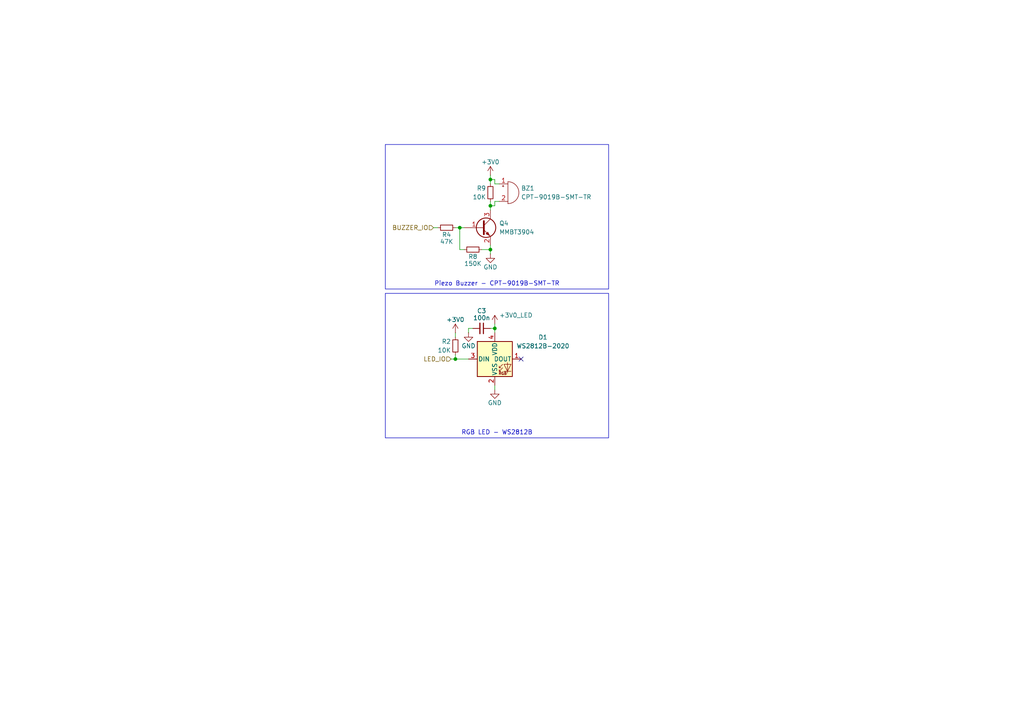
<source format=kicad_sch>
(kicad_sch (version 20231120) (generator "eeschema") (generator_version "8.0")
  (paper "A4")
  (title_block (title "PlanTher") (date "2024-12-22") (rev "A") (company "Getbit Systems") (comment 4 "Designer: Mauricio Barroso Benavides"))
  (lib_symbols
    (symbol "Device:Buzzer" (pin_names (offset 0.0254) hide)
      (property "Reference" "BZ" (at 3.81 1.27 0))
      (property "Value" "Buzzer" (at 3.81 -1.27 0))
      (symbol "Buzzer_0_1"
        (arc (start 0 -3.175) (mid 3.1612 0) (end 0 3.175))
        (polyline (pts (xy -1.651 1.905) (xy -1.143 1.905)))
        (polyline (pts (xy -1.397 2.159) (xy -1.397 1.651)))
        (polyline (pts (xy 0 3.175) (xy 0 -3.175)))
      )
      (symbol "Buzzer_1_1"
        (pin passive line (at -2.54 2.54 0) (length 2.54) (name "+") (number "1"))
        (pin passive line (at -2.54 -2.54 0) (length 2.54) (name "-") (number "2"))
      )
    )
    (symbol "Device:C_Small" (pin_numbers hide) (pin_names (offset 0.254) hide)
      (property "Reference" "C" (at 0.254 1.778 0))
      (property "Value" "C_Small" (at 0.254 -2.032 0))
      (symbol "C_Small_0_1"
        (polyline (pts (xy -1.524 -0.508) (xy 1.524 -0.508)) (stroke (width 0.3302)))
        (polyline (pts (xy -1.524 0.508) (xy 1.524 0.508)) (stroke (width 0.3048)))
      )
      (symbol "C_Small_1_1"
        (pin passive line (at 0 2.54 270) (length 2.032) (name "~") (number "1"))
        (pin passive line (at 0 -2.54 90) (length 2.032) (name "~") (number "2"))
      )
    )
    (symbol "Device:R_Small" (pin_numbers hide) (pin_names (offset 0.254) hide)
      (property "Reference" "R" (at 0.762 0.508 0))
      (property "Value" "R_Small" (at 0.762 -1.016 0))
      (symbol "R_Small_0_1"
        (rectangle (start -0.762 1.778) (end 0.762 -1.778) (stroke (width 0.2032)))
      )
      (symbol "R_Small_1_1"
        (pin passive line (at 0 2.54 270) (length 0.762) (name "~") (number "1"))
        (pin passive line (at 0 -2.54 90) (length 0.762) (name "~") (number "2"))
      )
    )
    (symbol "LED:WS2812B-2020" (pin_names (offset 0.254))
      (property "Reference" "D" (at 5.08 5.715 0))
      (property "Value" "WS2812B-2020" (at 1.27 -5.715 0))
      (symbol "WS2812B-2020_0_0"
        (text "RGB" (at 2.286 -4.191 0) (effects (font (size 0.762 0.762))))
      )
      (symbol "WS2812B-2020_0_1"
        (polyline (pts (xy 1.27 -3.556) (xy 1.778 -3.556)))
        (polyline (pts (xy 1.27 -2.54) (xy 1.778 -2.54)))
        (polyline (pts (xy 4.699 -3.556) (xy 2.667 -3.556)))
        (polyline (pts (xy 2.286 -2.54) (xy 1.27 -3.556) (xy 1.27 -3.048)))
        (polyline (pts (xy 2.286 -1.524) (xy 1.27 -2.54) (xy 1.27 -2.032)))
        (polyline (pts (xy 3.683 -1.016) (xy 3.683 -3.556) (xy 3.683 -4.064)))
        (polyline (pts (xy 4.699 -1.524) (xy 2.667 -1.524) (xy 3.683 -3.556) (xy 4.699 -1.524)))
        (rectangle (start 5.08 5.08) (end -5.08 -5.08) (stroke (width 0.254)) (fill (type background)))
      )
      (symbol "WS2812B-2020_1_1"
        (pin output line (at 7.62 0 180) (length 2.54) (name "DOUT") (number "1"))
        (pin power_in line (at 0 -7.62 90) (length 2.54) (name "VSS") (number "2"))
        (pin input line (at -7.62 0 0) (length 2.54) (name "DIN") (number "3"))
        (pin power_in line (at 0 7.62 270) (length 2.54) (name "VDD") (number "4"))
      )
    )
    (symbol "Transistor_BJT:MMBT3904" (pin_names (offset 0) hide)
      (property "Reference" "Q" (at 5.08 1.905 0))
      (property "Value" "MMBT3904" (at 5.08 0 0))
      (symbol "MMBT3904_0_1"
        (polyline (pts (xy 0.635 0.635) (xy 2.54 2.54)))
        (polyline (pts (xy 0.635 -0.635) (xy 2.54 -2.54) (xy 2.54 -2.54)))
        (polyline (pts (xy 0.635 1.905) (xy 0.635 -1.905) (xy 0.635 -1.905)) (stroke (width 0.508)))
        (polyline (pts (xy 1.27 -1.778) (xy 1.778 -1.27) (xy 2.286 -2.286) (xy 1.27 -1.778) (xy 1.27 -1.778)) (fill (type outline)))
        (circle (center 1.27 0) (radius 2.8194) (stroke (width 0.254)))
      )
      (symbol "MMBT3904_1_1"
        (pin input line (at -5.08 0 0) (length 5.715) (name "B") (number "1"))
        (pin passive line (at 2.54 -5.08 90) (length 2.54) (name "E") (number "2"))
        (pin passive line (at 2.54 5.08 270) (length 2.54) (name "C") (number "3"))
      )
    )
    (symbol "power:+3V0" (power) (pin_numbers hide) (pin_names (offset 0) hide)
      (property "Value" "+3V0" (at 0 3.556 0))
      (symbol "+3V0_0_1"
        (polyline (pts (xy -0.762 1.27) (xy 0 2.54)))
        (polyline (pts (xy 0 0) (xy 0 2.54)))
        (polyline (pts (xy 0 2.54) (xy 0.762 1.27)))
      )
      (symbol "+3V0_1_1"
        (pin power_in line (at 0 0 90) (length 0) (name "~") (number "1"))
      )
    )
    (symbol "power:GND" (power) (pin_numbers hide) (pin_names (offset 0) hide)
      (property "Value" "GND" (at 0 -3.81 0))
      (symbol "GND_0_1"
        (polyline (pts (xy 0 0) (xy 0 -1.27) (xy 1.27 -1.27) (xy 0 -2.54) (xy -1.27 -1.27) (xy 0 -1.27)))
      )
      (symbol "GND_1_1"
        (pin power_in line (at 0 0 270) (length 0) (name "~") (number "1"))
      )
    )
  )
  (junction (at 142.24 72.39))
  (junction (at 143.51 95.25))
  (junction (at 132.08 104.14))
  (junction (at 133.35 66.04))
  (junction (at 142.24 59.69))
  (junction (at 142.24 52.07))
  (no_connect (at 151.13 104.14))
  (wire (pts (xy 143.51 95.25) (xy 142.24 95.25)))
  (wire (pts (xy 142.24 71.12) (xy 142.24 72.39)))
  (wire (pts (xy 142.24 52.07) (xy 142.24 53.34)))
  (wire (pts (xy 144.78 58.42) (xy 143.51 58.42)))
  (wire (pts (xy 132.08 102.87) (xy 132.08 104.14)))
  (wire (pts (xy 130.81 104.14) (xy 132.08 104.14)))
  (wire (pts (xy 132.08 66.04) (xy 133.35 66.04)))
  (wire (pts (xy 142.24 72.39) (xy 142.24 73.66)))
  (wire (pts (xy 132.08 96.52) (xy 132.08 97.79)))
  (wire (pts (xy 125.73 66.04) (xy 127 66.04)))
  (wire (pts (xy 133.35 66.04) (xy 134.62 66.04)))
  (wire (pts (xy 142.24 58.42) (xy 142.24 59.69)))
  (wire (pts (xy 143.51 52.07) (xy 142.24 52.07)))
  (wire (pts (xy 134.62 72.39) (xy 133.35 72.39)))
  (wire (pts (xy 142.24 50.8) (xy 142.24 52.07)))
  (wire (pts (xy 143.51 53.34) (xy 143.51 52.07)))
  (wire (pts (xy 143.51 58.42) (xy 143.51 59.69)))
  (wire (pts (xy 142.24 59.69) (xy 142.24 60.96)))
  (wire (pts (xy 139.7 72.39) (xy 142.24 72.39)))
  (wire (pts (xy 143.51 93.98) (xy 143.51 95.25)))
  (wire (pts (xy 133.35 72.39) (xy 133.35 66.04)))
  (wire (pts (xy 135.89 95.25) (xy 137.16 95.25)))
  (wire (pts (xy 144.78 53.34) (xy 143.51 53.34)))
  (wire (pts (xy 132.08 104.14) (xy 135.89 104.14)))
  (wire (pts (xy 143.51 95.25) (xy 143.51 96.52)))
  (wire (pts (xy 143.51 59.69) (xy 142.24 59.69)))
  (wire (pts (xy 143.51 111.76) (xy 143.51 113.03)))
  (wire (pts (xy 135.89 95.25) (xy 135.89 96.52)))
  (text_box "Piezo Buzzer - CPT-9019B-SMT-TR" (at 111.76 41.91 0) (size 64.77 41.91) (effects (font (size 1.27 1.27)) (justify bottom)))
  (text_box "RGB LED - WS2812B" (at 111.76 85.09 0) (size 64.77 41.91) (effects (font (size 1.27 1.27)) (justify bottom)))
  (hierarchical_label "BUZZER_IO" (shape input) (at 125.73 66.04 180))
  (hierarchical_label "LED_IO" (shape input) (at 130.81 104.14 180))
  (symbol (lib_id "Device:R_Small") (at 132.08 100.33 0) (unit 1)
    (property "Reference" "R2" (at 130.81 99.06 0) (effects (justify right)))
    (property "Value" "10K" (at 130.81 101.6 0) (effects (justify right)))
    (property "Footprint" "Resistor_SMD:R_0603_1608Metric" (effects (hide yes)))
    (property "Datasheet" "https://www.lcsc.com/datasheet/lcsc_datasheet_2206010045_UNI-ROYAL-Uniroyal-Elec-0603WAF1002T5E_C25804.pdf" (effects (hide yes)))
    (property "Description" "Resistor, small symbol" (effects (hide yes)))
    (property "LCSC" "C25804" (effects (hide yes)))
  )
  (symbol (lib_id "LED:WS2812B-2020") (at 143.51 104.14 0) (unit 1)
    (property "Reference" "D1" (at 157.48 97.8214 0))
    (property "Value" "WS2812B-2020" (at 157.48 100.3614 0))
    (property "Footprint" "LED_SMD:LED_WS2812B-2020_PLCC4_2.0x2.0mm" (effects (hide yes)))
    (property "Datasheet" "https://cdn-shop.adafruit.com/product-files/4684/4684_WS2812B-2020_V1.3_EN.pdf" (effects (hide yes)))
    (property "Description" "RGB LED with integrated controller, 2.0 x 2.0 mm, 12 mA" (effects (hide yes)))
    (property "LCSC" "C965555" (effects (hide yes)))
  )
  (symbol (lib_id "Device:C_Small") (at 139.7 95.25 270) (mirror x) (unit 1)
    (property "Reference" "C3" (at 139.7 90.17 90))
    (property "Value" "100n" (at 139.7 92.202 90))
    (property "Footprint" "Capacitor_SMD:C_0603_1608Metric" (effects (hide yes)))
    (property "Datasheet" "https://www.lcsc.com/datasheet/lcsc_datasheet_2211101700_YAGEO-CC0603KRX7R9BB104_C14663.pdf" (effects (hide yes)))
    (property "Description" "Unpolarized capacitor, small symbol" (effects (hide yes)))
    (property "LCSC" "C14663" (effects (hide yes)))
    (property "Basic part" "y" (effects (hide yes)))
  )
  (symbol (lib_id "Device:R_Small") (at 129.54 66.04 90) (unit 1)
    (property "Reference" "R4" (at 129.54 68.072 90))
    (property "Value" "47K" (at 129.54 70.104 90))
    (property "Footprint" "Resistor_SMD:R_0603_1608Metric" (effects (hide yes)))
    (property "Datasheet" "https://www.lcsc.com/datasheet/lcsc_datasheet_2206010045_UNI-ROYAL-Uniroyal-Elec-0603WAF4702T5E_C25819.pdf" (effects (hide yes)))
    (property "Description" "Resistor, small symbol" (effects (hide yes)))
    (property "LCSC" "C25819" (effects (hide yes)))
  )
  (symbol (lib_id "Transistor_BJT:MMBT3904") (at 139.7 66.04 0) (unit 1)
    (property "Reference" "Q4" (at 144.78 64.7699 0) (effects (justify left)))
    (property "Value" "MMBT3904" (at 144.78 67.3099 0) (effects (justify left)))
    (property "Footprint" "Package_TO_SOT_SMD:SOT-23" (effects (hide yes)))
    (property "Datasheet" "https://www.onsemi.com/pdf/datasheet/pzt3904-d.pdf" (effects (hide yes)))
    (property "Description" "0.2A Ic, 40V Vce, Small Signal NPN Transistor, SOT-23" (effects (hide yes)))
    (property "LCSC" "C20526" (effects (hide yes)))
  )
  (symbol (lib_id "power:+3V0") (at 143.51 93.98 0) (mirror y) (unit 1)
    (property "Reference" "#PWR07" (effects (hide yes)))
    (property "Value" "+3V0_LED" (at 144.78 91.44 0) (effects (justify right)))
    (property "Description" "Power symbol creates a global label with name \"+3V0\"" (effects (hide yes)))
  )
  (symbol (lib_id "Device:Buzzer") (at 147.32 55.88 0) (unit 1)
    (property "Reference" "BZ1" (at 151.13 54.6099 0) (effects (justify left)))
    (property "Value" "CPT-9019B-SMT-TR" (at 151.13 57.1499 0) (effects (justify left)))
    (property "Footprint" "Buzzer_Beeper:Buzzer_CUI_CPT-9019S-SMT" (effects (hide yes)))
    (property "Datasheet" "https://www.sameskydevices.com/product/resource/cpt-9019b-smt-tr.pdf" (effects (hide yes)))
    (property "Description" "Buzzer, polarized" (effects (hide yes)))
    (property "LCSC" "C18212234" (effects (hide yes)))
  )
  (symbol (lib_id "power:GND") (at 135.89 96.52 0) (mirror y) (unit 1)
    (property "Reference" "#PWR08" (effects (hide yes)))
    (property "Value" "GND" (at 135.89 100.33 0))
    (property "Description" "Power symbol creates a global label with name \"GND\" , ground" (effects (hide yes)))
  )
  (symbol (lib_id "power:+3V0") (at 132.08 96.52 0) (mirror y) (unit 1)
    (property "Reference" "#PWR027" (effects (hide yes)))
    (property "Value" "+3V0" (at 132.08 92.71 0))
    (property "Description" "Power symbol creates a global label with name \"+3V0\"" (effects (hide yes)))
  )
  (symbol (lib_id "power:GND") (at 143.51 113.03 0) (unit 1)
    (property "Reference" "#PWR05" (effects (hide yes)))
    (property "Value" "GND" (at 143.51 116.84 0))
    (property "Description" "Power symbol creates a global label with name \"GND\" , ground" (effects (hide yes)))
  )
  (symbol (lib_id "Device:R_Small") (at 137.16 72.39 90) (unit 1)
    (property "Reference" "R8" (at 137.16 74.422 90))
    (property "Value" "150K" (at 137.16 76.454 90))
    (property "Footprint" "Resistor_SMD:R_0603_1608Metric" (effects (hide yes)))
    (property "Datasheet" "https://www.lcsc.com/datasheet/lcsc_datasheet_2206010130_UNI-ROYAL-Uniroyal-Elec-0603WAF1503T5E_C22807.pdf" (effects (hide yes)))
    (property "Description" "Resistor, small symbol" (effects (hide yes)))
    (property "LCSC" "C22807" (effects (hide yes)))
  )
  (symbol (lib_id "power:GND") (at 142.24 73.66 0) (unit 1)
    (property "Reference" "#PWR010" (effects (hide yes)))
    (property "Value" "GND" (at 142.24 77.47 0))
    (property "Description" "Power symbol creates a global label with name \"GND\" , ground" (effects (hide yes)))
  )
  (symbol (lib_id "Device:R_Small") (at 142.24 55.88 0) (unit 1)
    (property "Reference" "R9" (at 140.97 54.61 0) (effects (justify right)))
    (property "Value" "10K" (at 140.97 57.15 0) (effects (justify right)))
    (property "Footprint" "Resistor_SMD:R_0603_1608Metric" (effects (hide yes)))
    (property "Datasheet" "https://www.lcsc.com/datasheet/lcsc_datasheet_2206010045_UNI-ROYAL-Uniroyal-Elec-0603WAF1002T5E_C25804.pdf" (effects (hide yes)))
    (property "Description" "Resistor, small symbol" (effects (hide yes)))
    (property "LCSC" "C25804" (effects (hide yes)))
  )
  (symbol (lib_id "power:+3V0") (at 142.24 50.8 0) (unit 1)
    (property "Reference" "#PWR09" (effects (hide yes)))
    (property "Value" "+3V0" (at 142.24 46.99 0))
    (property "Description" "Power symbol creates a global label with name \"+3V0\"" (effects (hide yes)))
  )
)
</source>
